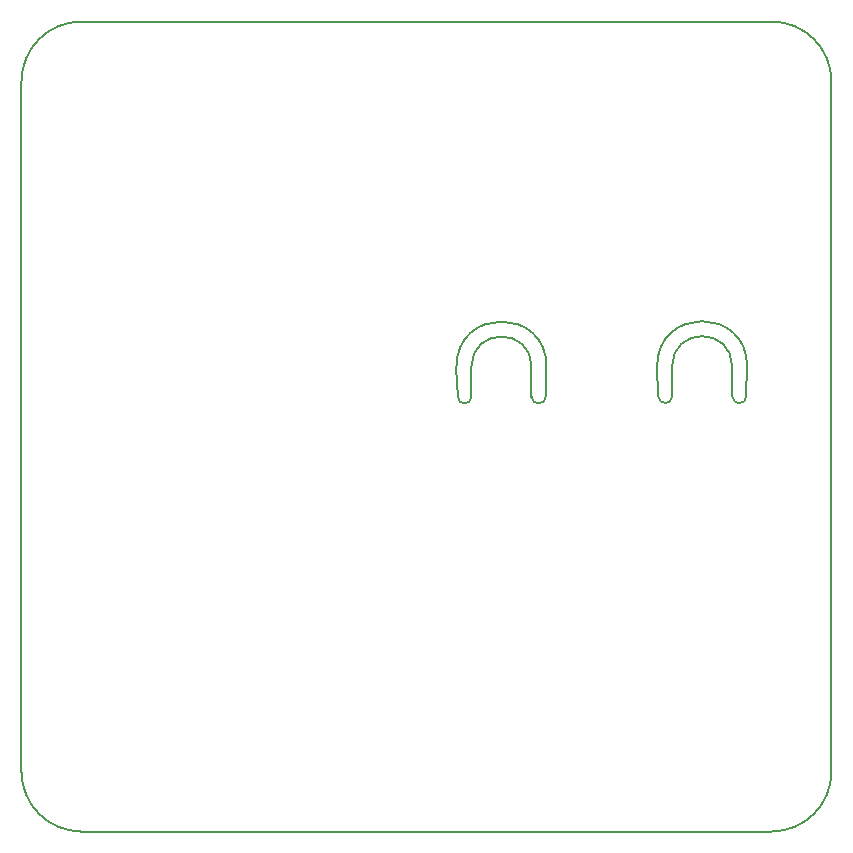
<source format=gm1>
%TF.GenerationSoftware,KiCad,Pcbnew,7.0.10*%
%TF.CreationDate,2024-02-08T08:12:04+01:00*%
%TF.ProjectId,door_relay_sensor,646f6f72-5f72-4656-9c61-795f73656e73,rev?*%
%TF.SameCoordinates,Original*%
%TF.FileFunction,Profile,NP*%
%FSLAX46Y46*%
G04 Gerber Fmt 4.6, Leading zero omitted, Abs format (unit mm)*
G04 Created by KiCad (PCBNEW 7.0.10) date 2024-02-08 08:12:04*
%MOMM*%
%LPD*%
G01*
G04 APERTURE LIST*
%TA.AperFunction,Profile*%
%ADD10C,0.200000*%
%TD*%
G04 APERTURE END LIST*
D10*
X112235694Y-54583435D02*
G75*
G03*
X104615694Y-54583435I-3810000J0D01*
G01*
X93980028Y-57149999D02*
G75*
G03*
X95195417Y-57148480I607672J18499D01*
G01*
X119379999Y-30480000D02*
G75*
G03*
X114300000Y-25400001I-5079999J0D01*
G01*
X50800000Y-88900000D02*
G75*
G03*
X55880000Y-93980000I5080000J0D01*
G01*
X87630000Y-54610000D02*
X87730918Y-57150001D01*
X93980000Y-54610000D02*
G75*
G03*
X88900000Y-54610000I-2540000J0D01*
G01*
X55880000Y-93980000D02*
X114300000Y-93980000D01*
X114300000Y-93980000D02*
G75*
G03*
X119380000Y-88900000I0J5080000D01*
G01*
X110965694Y-54583435D02*
X110965695Y-57123435D01*
X110965734Y-57123434D02*
G75*
G03*
X112181111Y-57121915I607666J18434D01*
G01*
X88900000Y-54610000D02*
X88900000Y-57150000D01*
X104716706Y-57123436D02*
G75*
G03*
X105885694Y-57123435I584494J36D01*
G01*
X50800000Y-30480000D02*
X50800000Y-88900000D01*
X110965694Y-54583435D02*
G75*
G03*
X105885694Y-54583435I-2540000J0D01*
G01*
X55880000Y-25400000D02*
G75*
G03*
X50800000Y-30480000I0J-5080000D01*
G01*
X95250000Y-54610000D02*
X95195417Y-57148480D01*
X114300000Y-25400001D02*
X55880000Y-25400000D01*
X105885694Y-54583435D02*
X105885694Y-57123435D01*
X119380000Y-88900000D02*
X119379999Y-30480000D01*
X112235694Y-54583435D02*
X112181111Y-57121915D01*
X93980000Y-54610000D02*
X93980001Y-57150000D01*
X95250000Y-54610000D02*
G75*
G03*
X87630000Y-54610000I-3810000J0D01*
G01*
X87731000Y-57150001D02*
G75*
G03*
X88900000Y-57150000I584500J101D01*
G01*
X104615694Y-54583435D02*
X104716612Y-57123436D01*
M02*

</source>
